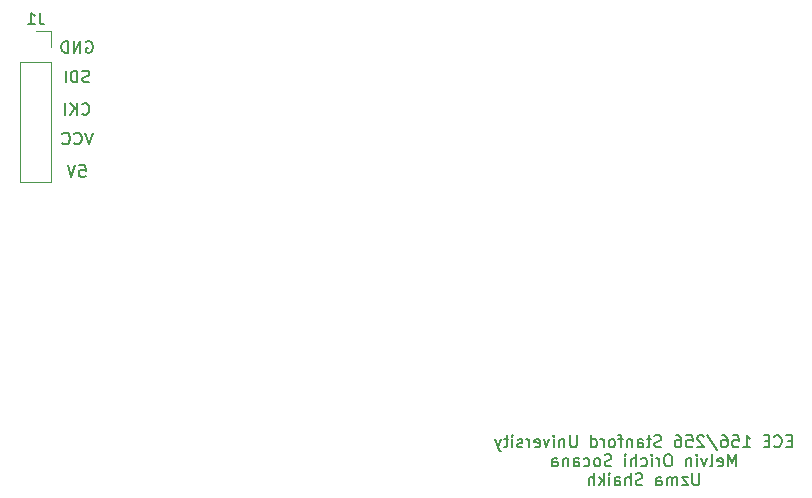
<source format=gbr>
%TF.GenerationSoftware,KiCad,Pcbnew,(6.0.7)*%
%TF.CreationDate,2022-11-11T00:25:46-08:00*%
%TF.ProjectId,LED_Board_s_,4c45445f-426f-4617-9264-5f735f2e6b69,rev?*%
%TF.SameCoordinates,Original*%
%TF.FileFunction,Legend,Bot*%
%TF.FilePolarity,Positive*%
%FSLAX46Y46*%
G04 Gerber Fmt 4.6, Leading zero omitted, Abs format (unit mm)*
G04 Created by KiCad (PCBNEW (6.0.7)) date 2022-11-11 00:25:46*
%MOMM*%
%LPD*%
G01*
G04 APERTURE LIST*
%ADD10C,0.150000*%
%ADD11C,0.120000*%
G04 APERTURE END LIST*
D10*
X163761904Y-127500000D02*
X163857142Y-127452380D01*
X164000000Y-127452380D01*
X164142857Y-127500000D01*
X164238095Y-127595238D01*
X164285714Y-127690476D01*
X164333333Y-127880952D01*
X164333333Y-128023809D01*
X164285714Y-128214285D01*
X164238095Y-128309523D01*
X164142857Y-128404761D01*
X164000000Y-128452380D01*
X163904761Y-128452380D01*
X163761904Y-128404761D01*
X163714285Y-128357142D01*
X163714285Y-128023809D01*
X163904761Y-128023809D01*
X163285714Y-128452380D02*
X163285714Y-127452380D01*
X162714285Y-128452380D01*
X162714285Y-127452380D01*
X162238095Y-128452380D02*
X162238095Y-127452380D01*
X162000000Y-127452380D01*
X161857142Y-127500000D01*
X161761904Y-127595238D01*
X161714285Y-127690476D01*
X161666666Y-127880952D01*
X161666666Y-128023809D01*
X161714285Y-128214285D01*
X161761904Y-128309523D01*
X161857142Y-128404761D01*
X162000000Y-128452380D01*
X162238095Y-128452380D01*
X223500000Y-161318571D02*
X223166666Y-161318571D01*
X223023809Y-161842380D02*
X223500000Y-161842380D01*
X223500000Y-160842380D01*
X223023809Y-160842380D01*
X222023809Y-161747142D02*
X222071428Y-161794761D01*
X222214285Y-161842380D01*
X222309523Y-161842380D01*
X222452380Y-161794761D01*
X222547619Y-161699523D01*
X222595238Y-161604285D01*
X222642857Y-161413809D01*
X222642857Y-161270952D01*
X222595238Y-161080476D01*
X222547619Y-160985238D01*
X222452380Y-160890000D01*
X222309523Y-160842380D01*
X222214285Y-160842380D01*
X222071428Y-160890000D01*
X222023809Y-160937619D01*
X221595238Y-161318571D02*
X221261904Y-161318571D01*
X221119047Y-161842380D02*
X221595238Y-161842380D01*
X221595238Y-160842380D01*
X221119047Y-160842380D01*
X219404761Y-161842380D02*
X219976190Y-161842380D01*
X219690476Y-161842380D02*
X219690476Y-160842380D01*
X219785714Y-160985238D01*
X219880952Y-161080476D01*
X219976190Y-161128095D01*
X218500000Y-160842380D02*
X218976190Y-160842380D01*
X219023809Y-161318571D01*
X218976190Y-161270952D01*
X218880952Y-161223333D01*
X218642857Y-161223333D01*
X218547619Y-161270952D01*
X218500000Y-161318571D01*
X218452380Y-161413809D01*
X218452380Y-161651904D01*
X218500000Y-161747142D01*
X218547619Y-161794761D01*
X218642857Y-161842380D01*
X218880952Y-161842380D01*
X218976190Y-161794761D01*
X219023809Y-161747142D01*
X217595238Y-160842380D02*
X217785714Y-160842380D01*
X217880952Y-160890000D01*
X217928571Y-160937619D01*
X218023809Y-161080476D01*
X218071428Y-161270952D01*
X218071428Y-161651904D01*
X218023809Y-161747142D01*
X217976190Y-161794761D01*
X217880952Y-161842380D01*
X217690476Y-161842380D01*
X217595238Y-161794761D01*
X217547619Y-161747142D01*
X217500000Y-161651904D01*
X217500000Y-161413809D01*
X217547619Y-161318571D01*
X217595238Y-161270952D01*
X217690476Y-161223333D01*
X217880952Y-161223333D01*
X217976190Y-161270952D01*
X218023809Y-161318571D01*
X218071428Y-161413809D01*
X216357142Y-160794761D02*
X217214285Y-162080476D01*
X216071428Y-160937619D02*
X216023809Y-160890000D01*
X215928571Y-160842380D01*
X215690476Y-160842380D01*
X215595238Y-160890000D01*
X215547619Y-160937619D01*
X215500000Y-161032857D01*
X215500000Y-161128095D01*
X215547619Y-161270952D01*
X216119047Y-161842380D01*
X215500000Y-161842380D01*
X214595238Y-160842380D02*
X215071428Y-160842380D01*
X215119047Y-161318571D01*
X215071428Y-161270952D01*
X214976190Y-161223333D01*
X214738095Y-161223333D01*
X214642857Y-161270952D01*
X214595238Y-161318571D01*
X214547619Y-161413809D01*
X214547619Y-161651904D01*
X214595238Y-161747142D01*
X214642857Y-161794761D01*
X214738095Y-161842380D01*
X214976190Y-161842380D01*
X215071428Y-161794761D01*
X215119047Y-161747142D01*
X213690476Y-160842380D02*
X213880952Y-160842380D01*
X213976190Y-160890000D01*
X214023809Y-160937619D01*
X214119047Y-161080476D01*
X214166666Y-161270952D01*
X214166666Y-161651904D01*
X214119047Y-161747142D01*
X214071428Y-161794761D01*
X213976190Y-161842380D01*
X213785714Y-161842380D01*
X213690476Y-161794761D01*
X213642857Y-161747142D01*
X213595238Y-161651904D01*
X213595238Y-161413809D01*
X213642857Y-161318571D01*
X213690476Y-161270952D01*
X213785714Y-161223333D01*
X213976190Y-161223333D01*
X214071428Y-161270952D01*
X214119047Y-161318571D01*
X214166666Y-161413809D01*
X212452380Y-161794761D02*
X212309523Y-161842380D01*
X212071428Y-161842380D01*
X211976190Y-161794761D01*
X211928571Y-161747142D01*
X211880952Y-161651904D01*
X211880952Y-161556666D01*
X211928571Y-161461428D01*
X211976190Y-161413809D01*
X212071428Y-161366190D01*
X212261904Y-161318571D01*
X212357142Y-161270952D01*
X212404761Y-161223333D01*
X212452380Y-161128095D01*
X212452380Y-161032857D01*
X212404761Y-160937619D01*
X212357142Y-160890000D01*
X212261904Y-160842380D01*
X212023809Y-160842380D01*
X211880952Y-160890000D01*
X211595238Y-161175714D02*
X211214285Y-161175714D01*
X211452380Y-160842380D02*
X211452380Y-161699523D01*
X211404761Y-161794761D01*
X211309523Y-161842380D01*
X211214285Y-161842380D01*
X210452380Y-161842380D02*
X210452380Y-161318571D01*
X210500000Y-161223333D01*
X210595238Y-161175714D01*
X210785714Y-161175714D01*
X210880952Y-161223333D01*
X210452380Y-161794761D02*
X210547619Y-161842380D01*
X210785714Y-161842380D01*
X210880952Y-161794761D01*
X210928571Y-161699523D01*
X210928571Y-161604285D01*
X210880952Y-161509047D01*
X210785714Y-161461428D01*
X210547619Y-161461428D01*
X210452380Y-161413809D01*
X209976190Y-161175714D02*
X209976190Y-161842380D01*
X209976190Y-161270952D02*
X209928571Y-161223333D01*
X209833333Y-161175714D01*
X209690476Y-161175714D01*
X209595238Y-161223333D01*
X209547619Y-161318571D01*
X209547619Y-161842380D01*
X209214285Y-161175714D02*
X208833333Y-161175714D01*
X209071428Y-161842380D02*
X209071428Y-160985238D01*
X209023809Y-160890000D01*
X208928571Y-160842380D01*
X208833333Y-160842380D01*
X208357142Y-161842380D02*
X208452380Y-161794761D01*
X208500000Y-161747142D01*
X208547619Y-161651904D01*
X208547619Y-161366190D01*
X208500000Y-161270952D01*
X208452380Y-161223333D01*
X208357142Y-161175714D01*
X208214285Y-161175714D01*
X208119047Y-161223333D01*
X208071428Y-161270952D01*
X208023809Y-161366190D01*
X208023809Y-161651904D01*
X208071428Y-161747142D01*
X208119047Y-161794761D01*
X208214285Y-161842380D01*
X208357142Y-161842380D01*
X207595238Y-161842380D02*
X207595238Y-161175714D01*
X207595238Y-161366190D02*
X207547619Y-161270952D01*
X207500000Y-161223333D01*
X207404761Y-161175714D01*
X207309523Y-161175714D01*
X206547619Y-161842380D02*
X206547619Y-160842380D01*
X206547619Y-161794761D02*
X206642857Y-161842380D01*
X206833333Y-161842380D01*
X206928571Y-161794761D01*
X206976190Y-161747142D01*
X207023809Y-161651904D01*
X207023809Y-161366190D01*
X206976190Y-161270952D01*
X206928571Y-161223333D01*
X206833333Y-161175714D01*
X206642857Y-161175714D01*
X206547619Y-161223333D01*
X205309523Y-160842380D02*
X205309523Y-161651904D01*
X205261904Y-161747142D01*
X205214285Y-161794761D01*
X205119047Y-161842380D01*
X204928571Y-161842380D01*
X204833333Y-161794761D01*
X204785714Y-161747142D01*
X204738095Y-161651904D01*
X204738095Y-160842380D01*
X204261904Y-161175714D02*
X204261904Y-161842380D01*
X204261904Y-161270952D02*
X204214285Y-161223333D01*
X204119047Y-161175714D01*
X203976190Y-161175714D01*
X203880952Y-161223333D01*
X203833333Y-161318571D01*
X203833333Y-161842380D01*
X203357142Y-161842380D02*
X203357142Y-161175714D01*
X203357142Y-160842380D02*
X203404761Y-160890000D01*
X203357142Y-160937619D01*
X203309523Y-160890000D01*
X203357142Y-160842380D01*
X203357142Y-160937619D01*
X202976190Y-161175714D02*
X202738095Y-161842380D01*
X202500000Y-161175714D01*
X201738095Y-161794761D02*
X201833333Y-161842380D01*
X202023809Y-161842380D01*
X202119047Y-161794761D01*
X202166666Y-161699523D01*
X202166666Y-161318571D01*
X202119047Y-161223333D01*
X202023809Y-161175714D01*
X201833333Y-161175714D01*
X201738095Y-161223333D01*
X201690476Y-161318571D01*
X201690476Y-161413809D01*
X202166666Y-161509047D01*
X201261904Y-161842380D02*
X201261904Y-161175714D01*
X201261904Y-161366190D02*
X201214285Y-161270952D01*
X201166666Y-161223333D01*
X201071428Y-161175714D01*
X200976190Y-161175714D01*
X200690476Y-161794761D02*
X200595238Y-161842380D01*
X200404761Y-161842380D01*
X200309523Y-161794761D01*
X200261904Y-161699523D01*
X200261904Y-161651904D01*
X200309523Y-161556666D01*
X200404761Y-161509047D01*
X200547619Y-161509047D01*
X200642857Y-161461428D01*
X200690476Y-161366190D01*
X200690476Y-161318571D01*
X200642857Y-161223333D01*
X200547619Y-161175714D01*
X200404761Y-161175714D01*
X200309523Y-161223333D01*
X199833333Y-161842380D02*
X199833333Y-161175714D01*
X199833333Y-160842380D02*
X199880952Y-160890000D01*
X199833333Y-160937619D01*
X199785714Y-160890000D01*
X199833333Y-160842380D01*
X199833333Y-160937619D01*
X199500000Y-161175714D02*
X199119047Y-161175714D01*
X199357142Y-160842380D02*
X199357142Y-161699523D01*
X199309523Y-161794761D01*
X199214285Y-161842380D01*
X199119047Y-161842380D01*
X198880952Y-161175714D02*
X198642857Y-161842380D01*
X198404761Y-161175714D02*
X198642857Y-161842380D01*
X198738095Y-162080476D01*
X198785714Y-162128095D01*
X198880952Y-162175714D01*
X218761904Y-163452380D02*
X218761904Y-162452380D01*
X218428571Y-163166666D01*
X218095238Y-162452380D01*
X218095238Y-163452380D01*
X217238095Y-163404761D02*
X217333333Y-163452380D01*
X217523809Y-163452380D01*
X217619047Y-163404761D01*
X217666666Y-163309523D01*
X217666666Y-162928571D01*
X217619047Y-162833333D01*
X217523809Y-162785714D01*
X217333333Y-162785714D01*
X217238095Y-162833333D01*
X217190476Y-162928571D01*
X217190476Y-163023809D01*
X217666666Y-163119047D01*
X216619047Y-163452380D02*
X216714285Y-163404761D01*
X216761904Y-163309523D01*
X216761904Y-162452380D01*
X216333333Y-162785714D02*
X216095238Y-163452380D01*
X215857142Y-162785714D01*
X215476190Y-163452380D02*
X215476190Y-162785714D01*
X215476190Y-162452380D02*
X215523809Y-162500000D01*
X215476190Y-162547619D01*
X215428571Y-162500000D01*
X215476190Y-162452380D01*
X215476190Y-162547619D01*
X215000000Y-162785714D02*
X215000000Y-163452380D01*
X215000000Y-162880952D02*
X214952380Y-162833333D01*
X214857142Y-162785714D01*
X214714285Y-162785714D01*
X214619047Y-162833333D01*
X214571428Y-162928571D01*
X214571428Y-163452380D01*
X213142857Y-162452380D02*
X212952380Y-162452380D01*
X212857142Y-162500000D01*
X212761904Y-162595238D01*
X212714285Y-162785714D01*
X212714285Y-163119047D01*
X212761904Y-163309523D01*
X212857142Y-163404761D01*
X212952380Y-163452380D01*
X213142857Y-163452380D01*
X213238095Y-163404761D01*
X213333333Y-163309523D01*
X213380952Y-163119047D01*
X213380952Y-162785714D01*
X213333333Y-162595238D01*
X213238095Y-162500000D01*
X213142857Y-162452380D01*
X212285714Y-163452380D02*
X212285714Y-162785714D01*
X212285714Y-162976190D02*
X212238095Y-162880952D01*
X212190476Y-162833333D01*
X212095238Y-162785714D01*
X212000000Y-162785714D01*
X211666666Y-163452380D02*
X211666666Y-162785714D01*
X211666666Y-162452380D02*
X211714285Y-162500000D01*
X211666666Y-162547619D01*
X211619047Y-162500000D01*
X211666666Y-162452380D01*
X211666666Y-162547619D01*
X210761904Y-163404761D02*
X210857142Y-163452380D01*
X211047619Y-163452380D01*
X211142857Y-163404761D01*
X211190476Y-163357142D01*
X211238095Y-163261904D01*
X211238095Y-162976190D01*
X211190476Y-162880952D01*
X211142857Y-162833333D01*
X211047619Y-162785714D01*
X210857142Y-162785714D01*
X210761904Y-162833333D01*
X210333333Y-163452380D02*
X210333333Y-162452380D01*
X209904761Y-163452380D02*
X209904761Y-162928571D01*
X209952380Y-162833333D01*
X210047619Y-162785714D01*
X210190476Y-162785714D01*
X210285714Y-162833333D01*
X210333333Y-162880952D01*
X209428571Y-163452380D02*
X209428571Y-162785714D01*
X209428571Y-162452380D02*
X209476190Y-162500000D01*
X209428571Y-162547619D01*
X209380952Y-162500000D01*
X209428571Y-162452380D01*
X209428571Y-162547619D01*
X208238095Y-163404761D02*
X208095238Y-163452380D01*
X207857142Y-163452380D01*
X207761904Y-163404761D01*
X207714285Y-163357142D01*
X207666666Y-163261904D01*
X207666666Y-163166666D01*
X207714285Y-163071428D01*
X207761904Y-163023809D01*
X207857142Y-162976190D01*
X208047619Y-162928571D01*
X208142857Y-162880952D01*
X208190476Y-162833333D01*
X208238095Y-162738095D01*
X208238095Y-162642857D01*
X208190476Y-162547619D01*
X208142857Y-162500000D01*
X208047619Y-162452380D01*
X207809523Y-162452380D01*
X207666666Y-162500000D01*
X207095238Y-163452380D02*
X207190476Y-163404761D01*
X207238095Y-163357142D01*
X207285714Y-163261904D01*
X207285714Y-162976190D01*
X207238095Y-162880952D01*
X207190476Y-162833333D01*
X207095238Y-162785714D01*
X206952380Y-162785714D01*
X206857142Y-162833333D01*
X206809523Y-162880952D01*
X206761904Y-162976190D01*
X206761904Y-163261904D01*
X206809523Y-163357142D01*
X206857142Y-163404761D01*
X206952380Y-163452380D01*
X207095238Y-163452380D01*
X205904761Y-163404761D02*
X206000000Y-163452380D01*
X206190476Y-163452380D01*
X206285714Y-163404761D01*
X206333333Y-163357142D01*
X206380952Y-163261904D01*
X206380952Y-162976190D01*
X206333333Y-162880952D01*
X206285714Y-162833333D01*
X206190476Y-162785714D01*
X206000000Y-162785714D01*
X205904761Y-162833333D01*
X205047619Y-163452380D02*
X205047619Y-162928571D01*
X205095238Y-162833333D01*
X205190476Y-162785714D01*
X205380952Y-162785714D01*
X205476190Y-162833333D01*
X205047619Y-163404761D02*
X205142857Y-163452380D01*
X205380952Y-163452380D01*
X205476190Y-163404761D01*
X205523809Y-163309523D01*
X205523809Y-163214285D01*
X205476190Y-163119047D01*
X205380952Y-163071428D01*
X205142857Y-163071428D01*
X205047619Y-163023809D01*
X204571428Y-162785714D02*
X204571428Y-163452380D01*
X204571428Y-162880952D02*
X204523809Y-162833333D01*
X204428571Y-162785714D01*
X204285714Y-162785714D01*
X204190476Y-162833333D01*
X204142857Y-162928571D01*
X204142857Y-163452380D01*
X203238095Y-163452380D02*
X203238095Y-162928571D01*
X203285714Y-162833333D01*
X203380952Y-162785714D01*
X203571428Y-162785714D01*
X203666666Y-162833333D01*
X203238095Y-163404761D02*
X203333333Y-163452380D01*
X203571428Y-163452380D01*
X203666666Y-163404761D01*
X203714285Y-163309523D01*
X203714285Y-163214285D01*
X203666666Y-163119047D01*
X203571428Y-163071428D01*
X203333333Y-163071428D01*
X203238095Y-163023809D01*
X215666666Y-164062380D02*
X215666666Y-164871904D01*
X215619047Y-164967142D01*
X215571428Y-165014761D01*
X215476190Y-165062380D01*
X215285714Y-165062380D01*
X215190476Y-165014761D01*
X215142857Y-164967142D01*
X215095238Y-164871904D01*
X215095238Y-164062380D01*
X214714285Y-164395714D02*
X214190476Y-164395714D01*
X214714285Y-165062380D01*
X214190476Y-165062380D01*
X213809523Y-165062380D02*
X213809523Y-164395714D01*
X213809523Y-164490952D02*
X213761904Y-164443333D01*
X213666666Y-164395714D01*
X213523809Y-164395714D01*
X213428571Y-164443333D01*
X213380952Y-164538571D01*
X213380952Y-165062380D01*
X213380952Y-164538571D02*
X213333333Y-164443333D01*
X213238095Y-164395714D01*
X213095238Y-164395714D01*
X213000000Y-164443333D01*
X212952380Y-164538571D01*
X212952380Y-165062380D01*
X212047619Y-165062380D02*
X212047619Y-164538571D01*
X212095238Y-164443333D01*
X212190476Y-164395714D01*
X212380952Y-164395714D01*
X212476190Y-164443333D01*
X212047619Y-165014761D02*
X212142857Y-165062380D01*
X212380952Y-165062380D01*
X212476190Y-165014761D01*
X212523809Y-164919523D01*
X212523809Y-164824285D01*
X212476190Y-164729047D01*
X212380952Y-164681428D01*
X212142857Y-164681428D01*
X212047619Y-164633809D01*
X210857142Y-165014761D02*
X210714285Y-165062380D01*
X210476190Y-165062380D01*
X210380952Y-165014761D01*
X210333333Y-164967142D01*
X210285714Y-164871904D01*
X210285714Y-164776666D01*
X210333333Y-164681428D01*
X210380952Y-164633809D01*
X210476190Y-164586190D01*
X210666666Y-164538571D01*
X210761904Y-164490952D01*
X210809523Y-164443333D01*
X210857142Y-164348095D01*
X210857142Y-164252857D01*
X210809523Y-164157619D01*
X210761904Y-164110000D01*
X210666666Y-164062380D01*
X210428571Y-164062380D01*
X210285714Y-164110000D01*
X209857142Y-165062380D02*
X209857142Y-164062380D01*
X209428571Y-165062380D02*
X209428571Y-164538571D01*
X209476190Y-164443333D01*
X209571428Y-164395714D01*
X209714285Y-164395714D01*
X209809523Y-164443333D01*
X209857142Y-164490952D01*
X208523809Y-165062380D02*
X208523809Y-164538571D01*
X208571428Y-164443333D01*
X208666666Y-164395714D01*
X208857142Y-164395714D01*
X208952380Y-164443333D01*
X208523809Y-165014761D02*
X208619047Y-165062380D01*
X208857142Y-165062380D01*
X208952380Y-165014761D01*
X209000000Y-164919523D01*
X209000000Y-164824285D01*
X208952380Y-164729047D01*
X208857142Y-164681428D01*
X208619047Y-164681428D01*
X208523809Y-164633809D01*
X208047619Y-165062380D02*
X208047619Y-164395714D01*
X208047619Y-164062380D02*
X208095238Y-164110000D01*
X208047619Y-164157619D01*
X208000000Y-164110000D01*
X208047619Y-164062380D01*
X208047619Y-164157619D01*
X207571428Y-165062380D02*
X207571428Y-164062380D01*
X207476190Y-164681428D02*
X207190476Y-165062380D01*
X207190476Y-164395714D02*
X207571428Y-164776666D01*
X206761904Y-165062380D02*
X206761904Y-164062380D01*
X206333333Y-165062380D02*
X206333333Y-164538571D01*
X206380952Y-164443333D01*
X206476190Y-164395714D01*
X206619047Y-164395714D01*
X206714285Y-164443333D01*
X206761904Y-164490952D01*
X164333333Y-135202380D02*
X164000000Y-136202380D01*
X163666666Y-135202380D01*
X162761904Y-136107142D02*
X162809523Y-136154761D01*
X162952380Y-136202380D01*
X163047619Y-136202380D01*
X163190476Y-136154761D01*
X163285714Y-136059523D01*
X163333333Y-135964285D01*
X163380952Y-135773809D01*
X163380952Y-135630952D01*
X163333333Y-135440476D01*
X163285714Y-135345238D01*
X163190476Y-135250000D01*
X163047619Y-135202380D01*
X162952380Y-135202380D01*
X162809523Y-135250000D01*
X162761904Y-135297619D01*
X161761904Y-136107142D02*
X161809523Y-136154761D01*
X161952380Y-136202380D01*
X162047619Y-136202380D01*
X162190476Y-136154761D01*
X162285714Y-136059523D01*
X162333333Y-135964285D01*
X162380952Y-135773809D01*
X162380952Y-135630952D01*
X162333333Y-135440476D01*
X162285714Y-135345238D01*
X162190476Y-135250000D01*
X162047619Y-135202380D01*
X161952380Y-135202380D01*
X161809523Y-135250000D01*
X161761904Y-135297619D01*
X163428571Y-133607142D02*
X163476190Y-133654761D01*
X163619047Y-133702380D01*
X163714285Y-133702380D01*
X163857142Y-133654761D01*
X163952380Y-133559523D01*
X164000000Y-133464285D01*
X164047619Y-133273809D01*
X164047619Y-133130952D01*
X164000000Y-132940476D01*
X163952380Y-132845238D01*
X163857142Y-132750000D01*
X163714285Y-132702380D01*
X163619047Y-132702380D01*
X163476190Y-132750000D01*
X163428571Y-132797619D01*
X163000000Y-133702380D02*
X163000000Y-132702380D01*
X162428571Y-133702380D02*
X162857142Y-133130952D01*
X162428571Y-132702380D02*
X163000000Y-133273809D01*
X162000000Y-133702380D02*
X162000000Y-132702380D01*
X164023809Y-130904761D02*
X163880952Y-130952380D01*
X163642857Y-130952380D01*
X163547619Y-130904761D01*
X163500000Y-130857142D01*
X163452380Y-130761904D01*
X163452380Y-130666666D01*
X163500000Y-130571428D01*
X163547619Y-130523809D01*
X163642857Y-130476190D01*
X163833333Y-130428571D01*
X163928571Y-130380952D01*
X163976190Y-130333333D01*
X164023809Y-130238095D01*
X164023809Y-130142857D01*
X163976190Y-130047619D01*
X163928571Y-130000000D01*
X163833333Y-129952380D01*
X163595238Y-129952380D01*
X163452380Y-130000000D01*
X163023809Y-130952380D02*
X163023809Y-129952380D01*
X162785714Y-129952380D01*
X162642857Y-130000000D01*
X162547619Y-130095238D01*
X162500000Y-130190476D01*
X162452380Y-130380952D01*
X162452380Y-130523809D01*
X162500000Y-130714285D01*
X162547619Y-130809523D01*
X162642857Y-130904761D01*
X162785714Y-130952380D01*
X163023809Y-130952380D01*
X162023809Y-130952380D02*
X162023809Y-129952380D01*
X163190476Y-137952380D02*
X163666666Y-137952380D01*
X163714285Y-138428571D01*
X163666666Y-138380952D01*
X163571428Y-138333333D01*
X163333333Y-138333333D01*
X163238095Y-138380952D01*
X163190476Y-138428571D01*
X163142857Y-138523809D01*
X163142857Y-138761904D01*
X163190476Y-138857142D01*
X163238095Y-138904761D01*
X163333333Y-138952380D01*
X163571428Y-138952380D01*
X163666666Y-138904761D01*
X163714285Y-138857142D01*
X162857142Y-137952380D02*
X162523809Y-138952380D01*
X162190476Y-137952380D01*
%TO.C,J1*%
X159833333Y-125047380D02*
X159833333Y-125761666D01*
X159880952Y-125904523D01*
X159976190Y-125999761D01*
X160119047Y-126047380D01*
X160214285Y-126047380D01*
X158833333Y-126047380D02*
X159404761Y-126047380D01*
X159119047Y-126047380D02*
X159119047Y-125047380D01*
X159214285Y-125190238D01*
X159309523Y-125285476D01*
X159404761Y-125333095D01*
D11*
X160830000Y-129195000D02*
X158170000Y-129195000D01*
X160830000Y-126595000D02*
X159500000Y-126595000D01*
X158170000Y-129195000D02*
X158170000Y-139415000D01*
X160830000Y-129195000D02*
X160830000Y-139415000D01*
X160830000Y-139415000D02*
X158170000Y-139415000D01*
X160830000Y-127925000D02*
X160830000Y-126595000D01*
%TD*%
M02*

</source>
